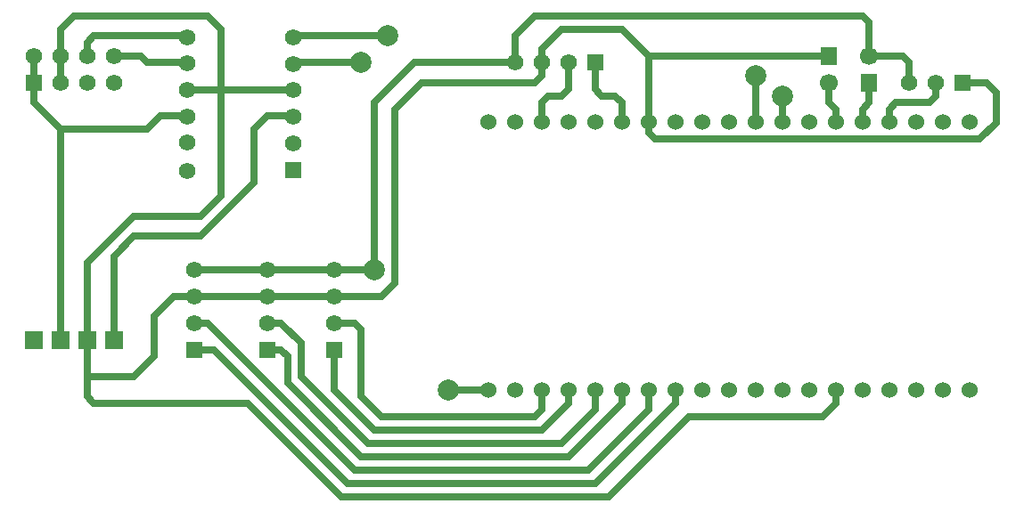
<source format=gbl>
G04 Layer: BottomLayer*
G04 EasyEDA v6.5.37, 2023-12-02 15:11:21*
G04 31473a8e6aac44f1905b94e0de15a8d0,10*
G04 Gerber Generator version 0.2*
G04 Scale: 100 percent, Rotated: No, Reflected: No *
G04 Dimensions in millimeters *
G04 leading zeros omitted , absolute positions ,4 integer and 5 decimal *
%FSLAX45Y45*%
%MOMM*%

%ADD10C,0.6350*%
%ADD11R,1.5748X1.7000*%
%ADD12C,1.7000*%
%ADD13R,1.5748X1.5748*%
%ADD14C,1.5748*%
%ADD15C,1.5240*%
%ADD16R,1.8001X1.8000*%
%ADD17C,2.0000*%

%LPD*%
D10*
X5207000Y-762000D02*
G01*
X5207000Y-635000D01*
X5397500Y-444500D01*
X5969000Y-444500D01*
X6223000Y-698500D01*
X6223000Y-1330452D01*
X1905000Y-3238500D02*
G01*
X2032000Y-3238500D01*
X3429000Y-4635500D01*
X5651500Y-4635500D01*
X6223000Y-4064000D01*
X6223000Y-3876547D01*
X1905000Y-2984500D02*
G01*
X1714500Y-2984500D01*
X1524000Y-3175000D01*
X1524000Y-3556000D01*
X1333500Y-3746500D01*
X889000Y-3746500D01*
X889025Y-3619474D01*
X2603500Y-3238500D02*
G01*
X2730500Y-3238500D01*
X2921000Y-3429000D01*
X2921000Y-3746500D01*
X3556000Y-4381500D01*
X5397500Y-4381500D01*
X5715000Y-4064000D01*
X5715000Y-3876547D01*
X5969000Y-3876547D02*
G01*
X5969000Y-4000500D01*
X5461000Y-4508500D01*
X3492500Y-4508500D01*
X2794000Y-3810000D01*
X2794000Y-3556000D01*
X2730500Y-3492500D01*
X2603500Y-3492500D01*
X6477000Y-3876550D02*
G01*
X6477000Y-4000500D01*
X5715000Y-4762500D01*
X3365500Y-4762500D01*
X2095500Y-3492500D01*
X1905000Y-3492500D01*
X889000Y-3401060D02*
G01*
X889000Y-2667000D01*
X1333500Y-2222500D01*
X1968500Y-2222500D01*
X2159000Y-2032000D01*
X2159000Y-1022350D01*
X2844800Y-1022350D01*
X1841500Y-1022350D02*
G01*
X2844800Y-1022350D01*
X635000Y-698500D02*
G01*
X635000Y-444500D01*
X762000Y-317500D01*
X2032000Y-317500D01*
X2159000Y-444500D01*
X2159000Y-1022350D01*
X1841500Y-1022350D01*
X2844800Y-774700D02*
G01*
X2857500Y-762000D01*
X3492500Y-762000D01*
X3746500Y-508000D02*
G01*
X2857500Y-508000D01*
X2844800Y-520700D01*
X3238500Y-3492500D02*
G01*
X3238500Y-3873500D01*
X3619500Y-4254500D01*
X5207000Y-4254500D01*
X5461000Y-4000500D01*
X5461000Y-3876494D01*
X889000Y-3401060D02*
G01*
X889000Y-3937000D01*
X952500Y-4000500D01*
X2413000Y-4000500D01*
X3302000Y-4889500D01*
X5842000Y-4889500D01*
X6604000Y-4127500D01*
X7874000Y-4127500D01*
X8001000Y-4000500D01*
X8001000Y-3876547D01*
X3238500Y-3238500D02*
G01*
X3429000Y-3238500D01*
X3492500Y-3302000D01*
X3492500Y-3937000D01*
X3683000Y-4127500D01*
X5143500Y-4127500D01*
X5207000Y-4064000D01*
X5207000Y-3876494D01*
X3238500Y-2984500D02*
G01*
X3683000Y-2984500D01*
X3810000Y-2857500D01*
X3810000Y-1206500D01*
X4064000Y-952500D01*
X5143500Y-952500D01*
X5207000Y-889000D01*
X5207000Y-762000D01*
X6223000Y-1330452D02*
G01*
X6223000Y-1428750D01*
X6286500Y-1492250D01*
X9366250Y-1492250D01*
X9525000Y-1333500D01*
X9525000Y-1047750D01*
X9429750Y-952500D01*
X9207500Y-952500D01*
X1143000Y-3401060D02*
G01*
X1143000Y-2603500D01*
X1333500Y-2413000D01*
X1968500Y-2413000D01*
X2476500Y-1905000D01*
X2476500Y-1397000D01*
X2603500Y-1270000D01*
X2838450Y-1270000D01*
X2844800Y-1276350D01*
X3619500Y-2730500D02*
G01*
X3238500Y-2730500D01*
X2603500Y-2730500D02*
G01*
X1905000Y-2730500D01*
X3238500Y-2730500D02*
G01*
X2603500Y-2730500D01*
X5715000Y-762000D02*
G01*
X5715000Y-1016000D01*
X5778500Y-1079500D01*
X5905500Y-1079500D01*
X5969000Y-1143000D01*
X5969000Y-1330452D01*
X5207000Y-1330505D02*
G01*
X5207000Y-1143000D01*
X5270500Y-1079500D01*
X5397500Y-1079500D01*
X5461000Y-1016000D01*
X5461000Y-762000D01*
X8318500Y-698500D02*
G01*
X8636000Y-698500D01*
X8699500Y-762000D01*
X8699500Y-952500D01*
X7937500Y-698500D02*
G01*
X6223000Y-698500D01*
X4953000Y-762000D02*
G01*
X4953000Y-508000D01*
X5143500Y-317500D01*
X8255000Y-317500D01*
X8318500Y-381000D01*
X8318500Y-698500D01*
X8509000Y-1330505D02*
G01*
X8509000Y-1206500D01*
X8572500Y-1143000D01*
X8890000Y-1143000D01*
X8953500Y-1079500D01*
X8953500Y-952500D01*
X8001000Y-1330505D02*
G01*
X8001000Y-1206500D01*
X7937500Y-1143000D01*
X7937500Y-952500D01*
X8255000Y-1330452D02*
G01*
X8255000Y-1206500D01*
X8318500Y-1143000D01*
X8318500Y-952500D01*
X3619500Y-2730500D02*
G01*
X3619500Y-1143000D01*
X4000500Y-762000D01*
X4953000Y-762000D01*
X2603500Y-2984500D02*
G01*
X1905000Y-2984500D01*
X3238500Y-2984500D02*
G01*
X2603500Y-2984500D01*
X4699000Y-3876494D02*
G01*
X4320994Y-3876494D01*
X4318000Y-3873500D01*
X7239000Y-889000D02*
G01*
X7239000Y-1330505D01*
X7493000Y-1079500D02*
G01*
X7493000Y-1330505D01*
X635000Y-3401060D02*
G01*
X635000Y-1397000D01*
X381000Y-952500D02*
G01*
X381000Y-1143000D01*
X635000Y-1397000D01*
X1460500Y-1397000D01*
X1587500Y-1270000D01*
X1835150Y-1270000D01*
X1841500Y-1276350D01*
X381000Y-698500D02*
G01*
X381000Y-952500D01*
X635000Y-952500D02*
G01*
X635000Y-698500D01*
X889000Y-698500D02*
G01*
X889000Y-571500D01*
X952500Y-508000D01*
X1828800Y-508000D01*
X1841500Y-520700D01*
X1143000Y-698500D02*
G01*
X1397000Y-698500D01*
X1460500Y-762000D01*
X1835150Y-762000D01*
X1841500Y-768350D01*
D11*
G01*
X7937500Y-698500D03*
D12*
G01*
X7937500Y-952500D03*
D13*
G01*
X9207500Y-952500D03*
D14*
G01*
X8953500Y-952500D03*
G01*
X8699500Y-952500D03*
D11*
G01*
X8318500Y-952500D03*
D12*
G01*
X8318500Y-698500D03*
D15*
G01*
X4699000Y-3876497D03*
G01*
X4953000Y-3876497D03*
G01*
X5207000Y-3876497D03*
G01*
X5461000Y-3876497D03*
G01*
X5715000Y-3876497D03*
G01*
X5969000Y-3876497D03*
G01*
X6223000Y-3876497D03*
G01*
X6477000Y-3876497D03*
G01*
X6731000Y-3876497D03*
G01*
X6985000Y-3876497D03*
G01*
X7239000Y-3876497D03*
G01*
X7493000Y-3876497D03*
G01*
X7747000Y-3876497D03*
G01*
X8001000Y-3876497D03*
G01*
X8255000Y-3876497D03*
G01*
X8509000Y-3876497D03*
G01*
X8763000Y-3876497D03*
G01*
X9017000Y-3876497D03*
G01*
X9271000Y-3876497D03*
G01*
X9271000Y-1330502D03*
G01*
X9017000Y-1330502D03*
G01*
X8763000Y-1330502D03*
G01*
X8509000Y-1330502D03*
G01*
X8255000Y-1330502D03*
G01*
X8001000Y-1330502D03*
G01*
X7747000Y-1330502D03*
G01*
X7493000Y-1330502D03*
G01*
X7239000Y-1330502D03*
G01*
X6985000Y-1330502D03*
G01*
X6731000Y-1330502D03*
G01*
X6477000Y-1330502D03*
G01*
X6223000Y-1330502D03*
G01*
X5969000Y-1330502D03*
G01*
X5715000Y-1330502D03*
G01*
X5461000Y-1330502D03*
G01*
X5207000Y-1330502D03*
G01*
X4953000Y-1330502D03*
G01*
X4699000Y-1330502D03*
D13*
G01*
X3238500Y-3492500D03*
D14*
G01*
X3238500Y-3238500D03*
G01*
X3238500Y-2984500D03*
G01*
X3238500Y-2730500D03*
D13*
G01*
X2603500Y-3492500D03*
D14*
G01*
X2603500Y-3238500D03*
G01*
X2603500Y-2984500D03*
G01*
X2603500Y-2730500D03*
D13*
G01*
X1905000Y-3492500D03*
D14*
G01*
X1905000Y-3238500D03*
G01*
X1905000Y-2984500D03*
G01*
X1905000Y-2730500D03*
D16*
G01*
X889025Y-3401009D03*
G01*
X635025Y-3401009D03*
G01*
X381025Y-3401009D03*
G01*
X1143025Y-3401009D03*
D14*
G01*
X1841500Y-1276350D03*
G01*
X1841500Y-1022350D03*
G01*
X1841500Y-768350D03*
G01*
X1841500Y-520700D03*
G01*
X2844800Y-520700D03*
G01*
X2844800Y-774700D03*
G01*
X2844800Y-1022350D03*
G01*
X2844800Y-1276350D03*
G01*
X2844800Y-1530350D03*
D13*
G01*
X2844800Y-1784350D03*
D14*
G01*
X1841500Y-1524000D03*
G01*
X1841500Y-1790700D03*
D13*
G01*
X381000Y-952500D03*
D14*
G01*
X381000Y-698500D03*
G01*
X635000Y-952500D03*
G01*
X635000Y-698500D03*
G01*
X889000Y-952500D03*
G01*
X889000Y-698500D03*
G01*
X1143000Y-952500D03*
G01*
X1143000Y-698500D03*
D13*
G01*
X5715000Y-762000D03*
D14*
G01*
X5461000Y-762000D03*
G01*
X5207000Y-762000D03*
G01*
X4953000Y-762000D03*
D17*
G01*
X7239000Y-889000D03*
G01*
X7493000Y-1079500D03*
G01*
X3619500Y-2730500D03*
G01*
X4318000Y-3873500D03*
G01*
X3746500Y-508000D03*
G01*
X3492500Y-762000D03*
M02*

</source>
